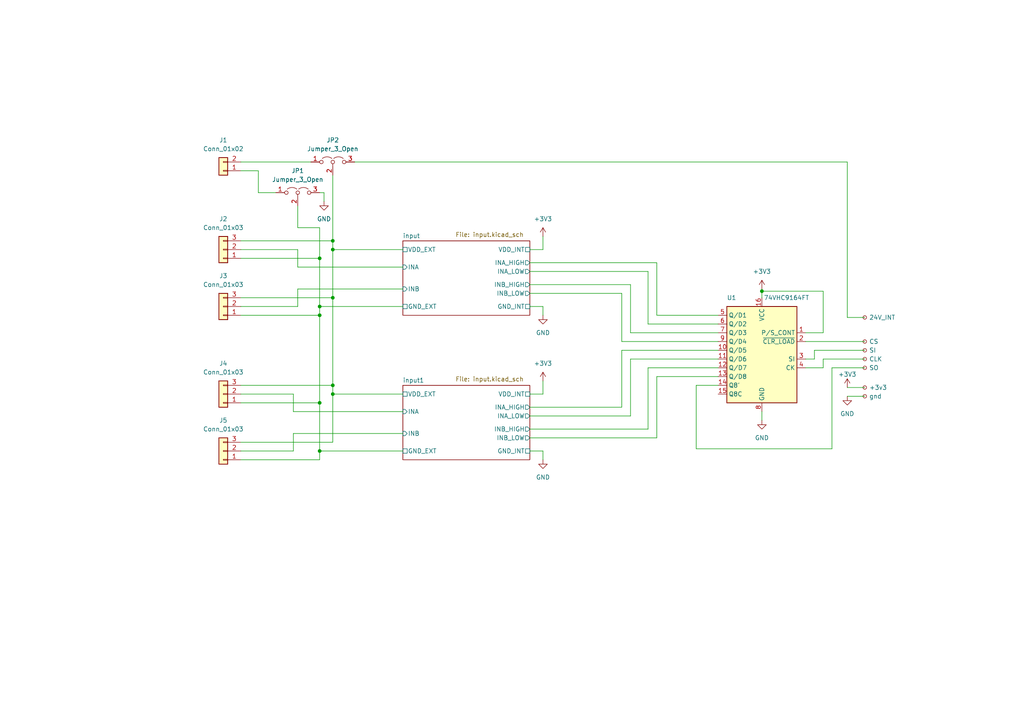
<source format=kicad_sch>
(kicad_sch (version 20211123) (generator eeschema)
  (paper "A4")
  (lib_symbols
    (symbol "74xx:74VHC9164FT"
      (property "Reference" "U" (at 5.08 16.51 0))
      (property "Value" "74VHC9164FT" (at -8.89 16.51 0))
      (symbol "74VHC9164FT_1_1"
        (rectangle (start -10.16 12.7) (end 10.16 -15.24) (stroke (width 0.254)) (fill (type background)))
        (pin input line (at -12.7 5.08 0) (length 2.54) (name "P/S_CONT") (number "1"))
        (pin bidirectional line (at 12.7 0 180) (length 2.54) (name "Q/D5") (number "10"))
        (pin bidirectional line (at 12.7 -2.54 180) (length 2.54) (name "Q/D6") (number "11"))
        (pin bidirectional line (at 12.7 -5.08 180) (length 2.54) (name "Q/D7") (number "12"))
        (pin bidirectional line (at 12.7 -7.62 180) (length 2.54) (name "Q/D8") (number "13"))
        (pin output line (at 12.7 -10.16 180) (length 2.54) (name "Q8'") (number "14"))
        (pin output line (at 12.7 -12.7 180) (length 2.54) (name "Q8C") (number "15"))
        (pin power_in line (at 0 15.24 270) (length 2.54) (name "VCC") (number "16"))
        (pin input line (at -12.7 2.54 0) (length 2.54) (name "~{CLR_LOAD}") (number "2"))
        (pin input line (at -12.7 -2.54 0) (length 2.54) (name "SI") (number "3"))
        (pin input line (at -12.7 -5.08 0) (length 2.54) (name "CK") (number "4"))
        (pin bidirectional line (at 12.7 10.16 180) (length 2.54) (name "Q/D1") (number "5"))
        (pin bidirectional line (at 12.7 7.62 180) (length 2.54) (name "Q/D2") (number "6"))
        (pin bidirectional line (at 12.7 5.08 180) (length 2.54) (name "Q/D3") (number "7"))
        (pin power_in line (at 0 -17.78 90) (length 2.54) (name "GND") (number "8"))
        (pin bidirectional line (at 12.7 2.54 180) (length 2.54) (name "Q/D4") (number "9"))
      )
    )
    (symbol "Connector:TestPoint_Small" (pin_numbers hide) (pin_names (offset 0.762) hide)
      (property "Reference" "TP" (at 0 3.81 0))
      (property "Value" "TestPoint_Small" (at 0 2.032 0))
      (symbol "TestPoint_Small_0_1"
        (circle (center 0 0) (radius 0.508))
      )
      (symbol "TestPoint_Small_1_1"
        (pin passive line (at 0 0 90) (length 0) (name "1") (number "1"))
      )
    )
    (symbol "Connector_Generic:Conn_01x02" (pin_names (offset 1.016) hide)
      (property "Reference" "J" (at 0 2.54 0))
      (property "Value" "Conn_01x02" (at 0 -5.08 0))
      (symbol "Conn_01x02_1_1"
        (rectangle (start -1.27 -2.413) (end 0 -2.667) (stroke (width 0.1524)))
        (rectangle (start -1.27 0.127) (end 0 -0.127) (stroke (width 0.1524)))
        (rectangle (start -1.27 1.27) (end 1.27 -3.81) (stroke (width 0.254)) (fill (type background)))
        (pin passive line (at -5.08 0 0) (length 3.81) (name "Pin_1") (number "1"))
        (pin passive line (at -5.08 -2.54 0) (length 3.81) (name "Pin_2") (number "2"))
      )
    )
    (symbol "Connector_Generic:Conn_01x03" (pin_names (offset 1.016) hide)
      (property "Reference" "J" (at 0 5.08 0))
      (property "Value" "Conn_01x03" (at 0 -5.08 0))
      (symbol "Conn_01x03_1_1"
        (rectangle (start -1.27 -2.413) (end 0 -2.667) (stroke (width 0.1524)))
        (rectangle (start -1.27 0.127) (end 0 -0.127) (stroke (width 0.1524)))
        (rectangle (start -1.27 2.667) (end 0 2.413) (stroke (width 0.1524)))
        (rectangle (start -1.27 3.81) (end 1.27 -3.81) (stroke (width 0.254)) (fill (type background)))
        (pin passive line (at -5.08 2.54 0) (length 3.81) (name "Pin_1") (number "1"))
        (pin passive line (at -5.08 0 0) (length 3.81) (name "Pin_2") (number "2"))
        (pin passive line (at -5.08 -2.54 0) (length 3.81) (name "Pin_3") (number "3"))
      )
    )
    (symbol "Jumper:Jumper_3_Open" (pin_names (offset 0) hide)
      (property "Reference" "JP" (at -2.54 -2.54 0))
      (property "Value" "Jumper_3_Open" (at 0 2.794 0))
      (symbol "Jumper_3_Open_0_0"
        (circle (center -3.302 0) (radius 0.508))
        (circle (center 0 0) (radius 0.508))
        (circle (center 3.302 0) (radius 0.508))
      )
      (symbol "Jumper_3_Open_0_1"
        (arc (start -0.254 1.016) (mid -1.651 1.4992) (end -3.048 1.016))
        (polyline (pts (xy 0 -0.508) (xy 0 -1.27)))
        (arc (start 3.048 1.016) (mid 1.651 1.4992) (end 0.254 1.016))
      )
      (symbol "Jumper_3_Open_1_1"
        (pin passive line (at -6.35 0 0) (length 2.54) (name "A") (number "1"))
        (pin input line (at 0 -3.81 90) (length 2.54) (name "C") (number "2"))
        (pin passive line (at 6.35 0 180) (length 2.54) (name "B") (number "3"))
      )
    )
    (symbol "power:+3V3" (power) (pin_names (offset 0))
      (property "Value" "+3V3" (at 0 3.556 0))
      (symbol "+3V3_0_1"
        (polyline (pts (xy -0.762 1.27) (xy 0 2.54)))
        (polyline (pts (xy 0 0) (xy 0 2.54)))
        (polyline (pts (xy 0 2.54) (xy 0.762 1.27)))
      )
      (symbol "+3V3_1_1"
        (pin power_in line (at 0 0 90) (length 0) hide (name "+3V3") (number "1"))
      )
    )
    (symbol "power:GND" (power) (pin_names (offset 0))
      (property "Value" "GND" (at 0 -3.81 0))
      (symbol "GND_0_1"
        (polyline (pts (xy 0 0) (xy 0 -1.27) (xy 1.27 -1.27) (xy 0 -2.54) (xy -1.27 -1.27) (xy 0 -1.27)))
      )
      (symbol "GND_1_1"
        (pin power_in line (at 0 0 270) (length 0) hide (name "GND") (number "1"))
      )
    )
  )
  (junction (at 92.71 88.9))
  (junction (at 92.71 130.81))
  (junction (at 220.98 84.455))
  (junction (at 96.52 111.76))
  (junction (at 96.52 69.85))
  (junction (at 92.71 74.93))
  (junction (at 96.52 114.3))
  (junction (at 96.52 86.36))
  (junction (at 96.52 72.39))
  (junction (at 92.71 116.84))
  (junction (at 92.71 91.44))
  (wire (pts (xy 157.48 130.81) (xy 157.48 133.35)))
  (wire (pts (xy 86.36 83.82) (xy 86.36 88.9)))
  (wire (pts (xy 157.48 114.3) (xy 153.67 114.3)))
  (wire (pts (xy 241.3 106.68) (xy 250.825 106.68)))
  (wire (pts (xy 92.71 55.88) (xy 93.98 55.88)))
  (wire (pts (xy 190.5 109.22) (xy 190.5 127)))
  (wire (pts (xy 69.85 128.27) (xy 96.52 128.27)))
  (wire (pts (xy 86.36 77.47) (xy 86.36 72.39)))
  (wire (pts (xy 86.36 59.69) (xy 86.36 66.04)))
  (wire (pts (xy 92.71 66.04) (xy 92.71 74.93)))
  (wire (pts (xy 236.22 101.6) (xy 250.825 101.6)))
  (wire (pts (xy 201.93 111.76) (xy 201.93 130.175)))
  (wire (pts (xy 69.85 86.36) (xy 96.52 86.36)))
  (wire (pts (xy 236.22 104.14) (xy 236.22 101.6)))
  (wire (pts (xy 85.09 119.38) (xy 85.09 114.3)))
  (wire (pts (xy 153.67 82.55) (xy 182.88 82.55)))
  (wire (pts (xy 96.52 72.39) (xy 116.84 72.39)))
  (wire (pts (xy 69.85 49.53) (xy 74.93 49.53)))
  (wire (pts (xy 85.09 114.3) (xy 69.85 114.3)))
  (wire (pts (xy 153.67 88.9) (xy 157.48 88.9)))
  (wire (pts (xy 238.76 106.68) (xy 238.76 104.14)))
  (wire (pts (xy 187.96 124.46) (xy 153.67 124.46)))
  (wire (pts (xy 74.93 55.88) (xy 80.01 55.88)))
  (wire (pts (xy 92.71 74.93) (xy 92.71 88.9)))
  (wire (pts (xy 182.88 104.14) (xy 182.88 120.65)))
  (wire (pts (xy 92.71 88.9) (xy 116.84 88.9)))
  (wire (pts (xy 85.09 130.81) (xy 69.85 130.81)))
  (wire (pts (xy 208.28 111.76) (xy 201.93 111.76)))
  (wire (pts (xy 238.76 84.455) (xy 220.98 84.455)))
  (wire (pts (xy 86.36 77.47) (xy 116.84 77.47)))
  (wire (pts (xy 245.745 92.075) (xy 250.825 92.075)))
  (wire (pts (xy 92.71 130.81) (xy 92.71 133.35)))
  (wire (pts (xy 86.36 88.9) (xy 69.85 88.9)))
  (wire (pts (xy 233.68 104.14) (xy 236.22 104.14)))
  (wire (pts (xy 201.93 130.175) (xy 241.3 130.175)))
  (wire (pts (xy 69.85 116.84) (xy 92.71 116.84)))
  (wire (pts (xy 245.745 112.395) (xy 250.825 112.395)))
  (wire (pts (xy 190.5 91.44) (xy 208.28 91.44)))
  (wire (pts (xy 102.87 46.99) (xy 245.745 46.99)))
  (wire (pts (xy 245.745 114.935) (xy 250.825 114.935)))
  (wire (pts (xy 182.88 82.55) (xy 182.88 96.52)))
  (wire (pts (xy 187.96 106.68) (xy 208.28 106.68)))
  (wire (pts (xy 182.88 96.52) (xy 208.28 96.52)))
  (wire (pts (xy 233.68 99.06) (xy 250.825 99.06)))
  (wire (pts (xy 180.34 101.6) (xy 208.28 101.6)))
  (wire (pts (xy 187.96 78.74) (xy 187.96 93.98)))
  (wire (pts (xy 238.76 96.52) (xy 238.76 84.455)))
  (wire (pts (xy 187.96 106.68) (xy 187.96 124.46)))
  (wire (pts (xy 180.34 101.6) (xy 180.34 118.11)))
  (wire (pts (xy 69.85 46.99) (xy 90.17 46.99)))
  (wire (pts (xy 157.48 110.49) (xy 157.48 114.3)))
  (wire (pts (xy 220.98 83.82) (xy 220.98 84.455)))
  (wire (pts (xy 69.85 69.85) (xy 96.52 69.85)))
  (wire (pts (xy 153.67 120.65) (xy 182.88 120.65)))
  (wire (pts (xy 190.5 127) (xy 153.67 127)))
  (wire (pts (xy 238.76 104.14) (xy 250.825 104.14)))
  (wire (pts (xy 157.48 68.58) (xy 157.48 72.39)))
  (wire (pts (xy 85.09 119.38) (xy 116.84 119.38)))
  (wire (pts (xy 180.34 99.06) (xy 208.28 99.06)))
  (wire (pts (xy 93.98 55.88) (xy 93.98 58.42)))
  (wire (pts (xy 96.52 50.8) (xy 96.52 69.85)))
  (wire (pts (xy 96.52 128.27) (xy 96.52 114.3)))
  (wire (pts (xy 96.52 72.39) (xy 96.52 86.36)))
  (wire (pts (xy 86.36 83.82) (xy 116.84 83.82)))
  (wire (pts (xy 69.85 74.93) (xy 92.71 74.93)))
  (wire (pts (xy 96.52 111.76) (xy 96.52 114.3)))
  (wire (pts (xy 69.85 91.44) (xy 92.71 91.44)))
  (wire (pts (xy 69.85 133.35) (xy 92.71 133.35)))
  (wire (pts (xy 190.5 76.2) (xy 190.5 91.44)))
  (wire (pts (xy 233.68 106.68) (xy 238.76 106.68)))
  (wire (pts (xy 153.67 130.81) (xy 157.48 130.81)))
  (wire (pts (xy 233.68 96.52) (xy 238.76 96.52)))
  (wire (pts (xy 92.71 116.84) (xy 92.71 130.81)))
  (wire (pts (xy 96.52 114.3) (xy 116.84 114.3)))
  (wire (pts (xy 157.48 72.39) (xy 153.67 72.39)))
  (wire (pts (xy 220.98 84.455) (xy 220.98 86.36)))
  (wire (pts (xy 180.34 85.09) (xy 180.34 99.06)))
  (wire (pts (xy 190.5 109.22) (xy 208.28 109.22)))
  (wire (pts (xy 69.85 111.76) (xy 96.52 111.76)))
  (wire (pts (xy 92.71 91.44) (xy 92.71 116.84)))
  (wire (pts (xy 96.52 86.36) (xy 96.52 111.76)))
  (wire (pts (xy 85.09 125.73) (xy 116.84 125.73)))
  (wire (pts (xy 220.98 119.38) (xy 220.98 121.92)))
  (wire (pts (xy 245.745 46.99) (xy 245.745 92.075)))
  (wire (pts (xy 153.67 85.09) (xy 180.34 85.09)))
  (wire (pts (xy 241.3 130.175) (xy 241.3 106.68)))
  (wire (pts (xy 187.96 93.98) (xy 208.28 93.98)))
  (wire (pts (xy 74.93 49.53) (xy 74.93 55.88)))
  (wire (pts (xy 92.71 88.9) (xy 92.71 91.44)))
  (wire (pts (xy 92.71 130.81) (xy 116.84 130.81)))
  (wire (pts (xy 86.36 72.39) (xy 69.85 72.39)))
  (wire (pts (xy 153.67 76.2) (xy 190.5 76.2)))
  (wire (pts (xy 96.52 69.85) (xy 96.52 72.39)))
  (wire (pts (xy 180.34 118.11) (xy 153.67 118.11)))
  (wire (pts (xy 86.36 66.04) (xy 92.71 66.04)))
  (wire (pts (xy 85.09 125.73) (xy 85.09 130.81)))
  (wire (pts (xy 182.88 104.14) (xy 208.28 104.14)))
  (wire (pts (xy 153.67 78.74) (xy 187.96 78.74)))
  (wire (pts (xy 157.48 88.9) (xy 157.48 91.44)))
  (symbol (lib_id "power:+3V3") (at 157.48 110.49 0) (unit 1)
    (property "Reference" "#PWR0103" (effects hide))
    (property "Value" "+3V3" (at 157.48 105.41 0))
  )
  (symbol (lib_id "power:GND") (at 157.48 133.35 0) (unit 1)
    (property "Reference" "#PWR0106" (effects hide))
    (property "Value" "GND" (at 157.48 138.43 0))
  )
  (symbol (lib_id "Connector_Generic:Conn_01x03") (at 64.77 72.39 180) (unit 1)
    (property "Reference" "J2" (at 64.77 63.5 0))
    (property "Value" "Conn_01x03" (at 64.77 66.04 0))
    (property "Footprint" "Connector_PinHeader_1.00mm:PinHeader_1x03_P1.00mm_Vertical" (effects hide))
  )
  (symbol (lib_id "power:+3V3") (at 157.48 68.58 0) (unit 1)
    (property "Reference" "#PWR0105" (effects hide))
    (property "Value" "+3V3" (at 157.48 63.5 0))
  )
  (symbol (lib_id "power:GND") (at 157.48 91.44 0) (unit 1)
    (property "Reference" "#PWR0104" (effects hide))
    (property "Value" "GND" (at 157.48 96.52 0))
  )
  (symbol (lib_id "power:GND") (at 220.98 121.92 0) (unit 1)
    (property "Reference" "#PWR0101" (effects hide))
    (property "Value" "GND" (at 220.98 127 0))
  )
  (symbol (lib_id "Connector_Generic:Conn_01x03") (at 64.77 114.3 180) (unit 1)
    (property "Reference" "J4" (at 64.77 105.41 0))
    (property "Value" "Conn_01x03" (at 64.77 107.95 0))
    (property "Footprint" "Connector_PinHeader_1.00mm:PinHeader_1x03_P1.00mm_Vertical" (effects hide))
  )
  (symbol (lib_id "Connector_Generic:Conn_01x02") (at 64.77 49.53 180) (unit 1)
    (property "Reference" "J1" (at 64.77 40.64 0))
    (property "Value" "Conn_01x02" (at 64.77 43.18 0))
    (property "Footprint" "Connector_PinHeader_1.00mm:PinHeader_1x02_P1.00mm_Vertical" (effects hide))
  )
  (symbol (lib_id "Jumper:Jumper_3_Open") (at 96.52 46.99 0) (unit 1)
    (property "Reference" "JP2" (at 96.52 40.64 0))
    (property "Value" "Jumper_3_Open" (at 96.52 43.18 0))
    (property "Footprint" "Connector_PinHeader_2.54mm:PinHeader_1x03_P2.54mm_Vertical" (effects hide))
  )
  (symbol (lib_id "Jumper:Jumper_3_Open") (at 86.36 55.88 0) (unit 1)
    (property "Reference" "JP1" (at 86.36 49.53 0))
    (property "Value" "Jumper_3_Open" (at 86.36 52.07 0))
    (property "Footprint" "Connector_PinHeader_2.54mm:PinHeader_1x03_P2.54mm_Vertical" (effects hide))
  )
  (symbol (lib_id "Connector:TestPoint_Small") (at 250.825 104.14 0) (unit 1)
    (property "Reference" "TP16" (effects hide))
    (property "Value" "CLK" (at 252.095 104.14 0) (effects (justify left)))
    (property "Footprint" "TestPoint:TestPoint_THTPad_D1.0mm_Drill0.5mm" (effects hide))
  )
  (symbol (lib_id "power:+3V3") (at 245.745 112.395 0) (unit 1)
    (property "Reference" "#PWR0116" (effects hide))
    (property "Value" "+3V3" (at 245.745 108.585 0))
  )
  (symbol (lib_id "74xx:74VHC9164FT") (at 220.98 101.6 0) (mirror y) (unit 1)
    (property "Reference" "U1" (at 210.82 86.36 0) (effects (justify right)))
    (property "Value" "74VHC9164FT" (at 221.5006 86.36 0) (effects (justify right)))
    (property "Footprint" "Package_SO:TSSOP-16_4.4x5mm_P0.65mm" (effects hide))
    (property "Datasheet" "https://toshiba.semicon-storage.com/info/docget.jsp?did=15655&prodName=74VHC9164FT" (effects hide))
  )
  (symbol (lib_id "Connector:TestPoint_Small") (at 250.825 99.06 0) (unit 1)
    (property "Reference" "TP14" (effects hide))
    (property "Value" "CS" (at 252.095 99.06 0) (effects (justify left)))
    (property "Footprint" "TestPoint:TestPoint_THTPad_D1.0mm_Drill0.5mm" (effects hide))
  )
  (symbol (lib_id "Connector_Generic:Conn_01x03") (at 64.77 130.81 180) (unit 1)
    (property "Reference" "J5" (at 64.77 121.92 0))
    (property "Value" "Conn_01x03" (at 64.77 124.46 0))
    (property "Footprint" "Connector_PinHeader_1.00mm:PinHeader_1x03_P1.00mm_Vertical" (effects hide))
  )
  (symbol (lib_id "power:GND") (at 245.745 114.935 0) (unit 1)
    (property "Reference" "#PWR0117" (effects hide))
    (property "Value" "GND" (at 245.745 120.015 0))
  )
  (symbol (lib_id "Connector:TestPoint_Small") (at 250.825 92.075 0) (unit 1)
    (property "Reference" "TP13" (effects hide))
    (property "Value" "24V_INT" (at 252.095 92.075 0) (effects (justify left)))
    (property "Footprint" "TestPoint:TestPoint_THTPad_D1.0mm_Drill0.5mm" (effects hide))
  )
  (symbol (lib_id "Connector:TestPoint_Small") (at 250.825 106.68 0) (unit 1)
    (property "Reference" "TP17" (effects hide))
    (property "Value" "SO" (at 252.095 106.68 0) (effects (justify left)))
    (property "Footprint" "TestPoint:TestPoint_THTPad_D1.0mm_Drill0.5mm" (effects hide))
  )
  (symbol (lib_id "Connector:TestPoint_Small") (at 250.825 114.935 0) (unit 1)
    (property "Reference" "TP19" (effects hide))
    (property "Value" "gnd" (at 252.095 114.935 0) (effects (justify left)))
    (property "Footprint" "TestPoint:TestPoint_THTPad_D1.0mm_Drill0.5mm" (effects hide))
  )
  (symbol (lib_id "Connector_Generic:Conn_01x03") (at 64.77 88.9 180) (unit 1)
    (property "Reference" "J3" (at 64.77 80.01 0))
    (property "Value" "Conn_01x03" (at 64.77 82.55 0))
    (property "Footprint" "Connector_PinHeader_1.00mm:PinHeader_1x03_P1.00mm_Vertical" (effects hide))
  )
  (symbol (lib_id "Connector:TestPoint_Small") (at 250.825 112.395 0) (unit 1)
    (property "Reference" "TP18" (effects hide))
    (property "Value" "+3v3" (at 252.095 112.395 0) (effects (justify left)))
    (property "Footprint" "TestPoint:TestPoint_THTPad_D1.0mm_Drill0.5mm" (effects hide))
  )
  (symbol (lib_id "Connector:TestPoint_Small") (at 250.825 101.6 0) (unit 1)
    (property "Reference" "TP15" (effects hide))
    (property "Value" "SI" (at 252.095 101.6 0) (effects (justify left)))
    (property "Footprint" "TestPoint:TestPoint_THTPad_D1.0mm_Drill0.5mm" (effects hide))
  )
  (symbol (lib_id "power:+3V3") (at 220.98 83.82 0) (unit 1)
    (property "Reference" "#PWR0102" (effects hide))
    (property "Value" "+3V3" (at 220.98 78.74 0))
  )
  (symbol (lib_id "power:GND") (at 93.98 58.42 0) (unit 1)
    (property "Reference" "#PWR0111" (effects hide))
    (property "Value" "GND" (at 93.98 63.5 0))
  )
  (sheet (at 116.84 111.76) (size 36.83 21.59) (stroke (width 0.1524))
    (property "Sheet name" "input1" (at 116.84 111.0484 0) (effects (justify left bottom)))
    (property "Sheet file" "input.kicad_sch" (at 132.08 109.22 0) (effects (justify left top)))
    (pin "VDD_INT" passive (at 153.67 114.3 0))
    (pin "GND_INT" passive (at 153.67 130.81 0))
    (pin "GND_EXT" passive (at 116.84 130.81 180))
    (pin "VDD_EXT" passive (at 116.84 114.3 180))
    (pin "INA_LOW" output (at 153.67 120.65 0))
    (pin "INA_HIGH" output (at 153.67 118.11 0))
    (pin "INA" input (at 116.84 119.38 180))
    (pin "INB" input (at 116.84 125.73 180))
    (pin "INB_LOW" output (at 153.67 127 0))
    (pin "INB_HIGH" output (at 153.67 124.46 0))
  )
  (sheet (at 116.84 69.85) (size 36.83 21.59) (stroke (width 0.1524))
    (property "Sheet name" "input" (at 116.84 69.1384 0) (effects (justify left bottom)))
    (property "Sheet file" "input.kicad_sch" (at 132.08 67.31 0) (effects (justify left top)))
    (pin "VDD_INT" passive (at 153.67 72.39 0))
    (pin "GND_INT" passive (at 153.67 88.9 0))
    (pin "GND_EXT" passive (at 116.84 88.9 180))
    (pin "VDD_EXT" passive (at 116.84 72.39 180))
    (pin "INA_LOW" output (at 153.67 78.74 0))
    (pin "INA_HIGH" output (at 153.67 76.2 0))
    (pin "INA" input (at 116.84 77.47 180))
    (pin "INB" input (at 116.84 83.82 180))
    (pin "INB_LOW" output (at 153.67 85.09 0))
    (pin "INB_HIGH" output (at 153.67 82.55 0))
  )
)
</source>
